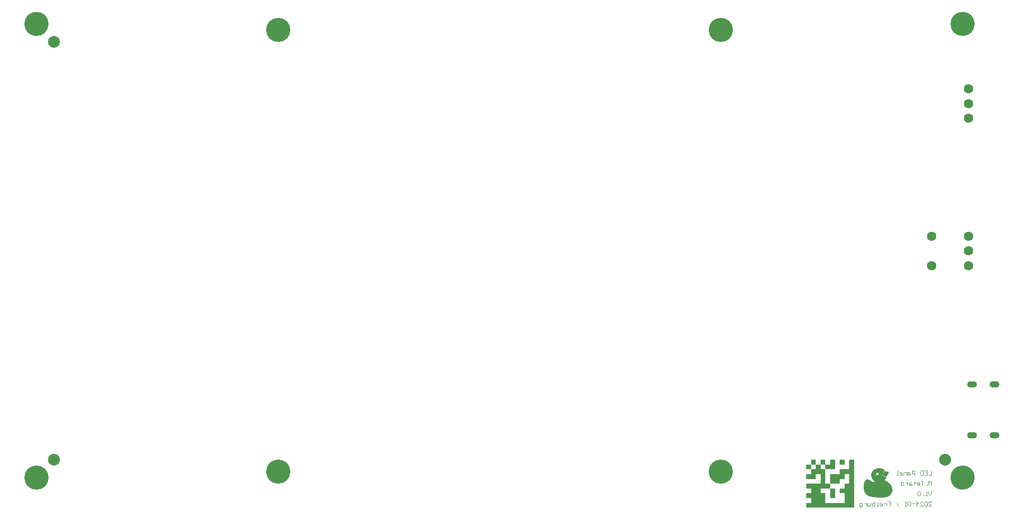
<source format=gbs>
G04*
G04 #@! TF.GenerationSoftware,Altium Limited,CircuitStudio,1.5.2 (30)*
G04*
G04 Layer_Color=8150272*
%FSLAX25Y25*%
%MOIN*%
G70*
G01*
G75*
%ADD56C,0.00394*%
%ADD127C,0.07874*%
%ADD128C,0.06299*%
%ADD129C,0.16142*%
%ADD130O,0.06693X0.04331*%
%ADD131C,0.00394*%
G36*
X-65264Y-9904D02*
Y-9908D01*
X-65277Y-9881D01*
X-65264Y-9904D01*
D02*
G37*
G36*
X-52318Y4377D02*
X-52291D01*
X-52236Y4363D01*
X-52154Y4350D01*
X-52045Y4322D01*
X-52018D01*
X-51963Y4309D01*
X-51867Y4295D01*
X-51772Y4268D01*
X-51758D01*
X-51717Y4254D01*
X-51662Y4240D01*
X-51580Y4227D01*
X-51485Y4213D01*
X-51375Y4186D01*
X-51143Y4145D01*
X-51088D01*
X-51033Y4131D01*
X-50951Y4117D01*
X-50869Y4104D01*
X-50760Y4090D01*
X-50541Y4049D01*
X-50418D01*
X-50350Y4035D01*
X-50295D01*
X-50241Y4022D01*
X-50172Y4008D01*
X-50159D01*
X-50131Y3994D01*
X-50049Y3981D01*
X-49940D01*
Y3967D01*
X-49913Y3953D01*
X-49885D01*
Y3943D01*
X-49899Y3940D01*
X-49885D01*
Y3943D01*
X-49844Y3953D01*
Y3940D01*
X-49817Y3926D01*
X-49748Y3871D01*
X-49735D01*
X-49721Y3858D01*
X-49639Y3816D01*
X-49612Y3803D01*
X-49557Y3748D01*
X-49475Y3666D01*
X-49393Y3543D01*
Y3529D01*
X-49379Y3516D01*
X-49352Y3434D01*
X-49325Y3311D01*
X-49338Y3242D01*
X-49352Y3174D01*
Y3147D01*
Y3078D01*
X-49366Y3051D01*
X-49407Y3010D01*
X-49543Y2682D01*
X-49557Y2668D01*
X-49598Y2614D01*
X-49666Y2545D01*
X-49762Y2450D01*
X-49858Y2327D01*
X-49967Y2190D01*
X-50090Y2039D01*
X-50200Y1875D01*
X-50213Y1862D01*
X-50254Y1807D01*
X-50309Y1711D01*
X-50405Y1616D01*
X-50500Y1493D01*
X-50610Y1356D01*
X-50883Y1069D01*
X-50897Y1055D01*
X-50910Y1041D01*
X-50992Y973D01*
X-51115Y864D01*
X-51266Y741D01*
X-51279D01*
X-51307Y713D01*
X-51348Y700D01*
X-51402Y672D01*
X-51553Y618D01*
X-51635Y604D01*
X-51731Y590D01*
X-51826D01*
X-51908Y604D01*
X-52004Y631D01*
X-52031Y645D01*
X-52086Y672D01*
X-52168Y713D01*
X-52264Y768D01*
X-52291Y782D01*
X-52346Y795D01*
X-52414Y836D01*
X-52496Y864D01*
X-52523Y878D01*
X-52578Y905D01*
X-52646Y946D01*
X-52728Y1001D01*
X-52742Y1014D01*
X-52797Y1055D01*
X-52865Y1123D01*
X-52934Y1192D01*
X-52947Y1206D01*
X-53002Y1247D01*
X-53070Y1315D01*
X-53139Y1383D01*
X-53152Y1397D01*
X-53180Y1424D01*
X-53275Y1506D01*
X-53289Y1520D01*
X-53316Y1547D01*
X-53398Y1643D01*
X-53412Y1657D01*
X-53426Y1670D01*
X-53467Y1711D01*
X-53480Y1725D01*
X-53494Y1780D01*
Y1793D01*
X-53508Y1848D01*
X-53494Y1916D01*
X-53467Y2012D01*
Y2026D01*
Y2039D01*
X-53439Y2094D01*
X-53426Y2176D01*
X-53398Y2258D01*
Y2272D01*
X-53371Y2327D01*
X-53357Y2381D01*
X-53344Y2463D01*
Y2477D01*
Y2531D01*
X-53330Y2600D01*
X-53303Y2668D01*
Y2682D01*
X-53289Y2696D01*
X-53262Y2778D01*
X-53234Y2887D01*
X-53180Y2996D01*
Y3010D01*
X-53166Y3024D01*
X-53139Y3092D01*
X-53098Y3201D01*
X-53057Y3324D01*
Y3338D01*
X-53029Y3379D01*
X-53002Y3447D01*
X-52974Y3516D01*
Y3529D01*
X-52947Y3584D01*
X-52934Y3652D01*
X-52906Y3721D01*
Y3734D01*
X-52879Y3776D01*
X-52851Y3830D01*
X-52811Y3898D01*
Y3912D01*
X-52783Y3953D01*
X-52756Y4008D01*
X-52728Y4076D01*
Y4090D01*
X-52715Y4117D01*
X-52701Y4158D01*
X-52660Y4227D01*
X-52646Y4240D01*
X-52633Y4281D01*
X-52592Y4336D01*
X-52551Y4377D01*
X-52537D01*
X-52510Y4391D01*
X-52387D01*
X-52318Y4377D01*
D02*
G37*
G36*
X-52127Y-13216D02*
X-52154D01*
Y-13208D01*
X-52145Y-13207D01*
X-52127Y-13216D01*
D02*
G37*
G36*
X-51020Y-12970D02*
X-51061D01*
Y-12964D01*
X-51034Y-12960D01*
X-51020Y-12970D01*
D02*
G37*
G36*
X-72441Y11121D02*
Y10321D01*
Y9521D01*
Y8721D01*
Y7921D01*
Y7121D01*
Y6321D01*
Y5521D01*
Y4721D01*
Y3921D01*
Y3121D01*
Y2321D01*
Y1521D01*
Y721D01*
Y-79D01*
Y-879D01*
Y-1679D01*
Y-2479D01*
Y-3279D01*
Y-4079D01*
Y-4879D01*
Y-5679D01*
Y-6479D01*
Y-7279D01*
Y-8079D01*
Y-8879D01*
Y-9679D01*
Y-10479D01*
Y-11279D01*
Y-12079D01*
Y-12879D01*
Y-13679D01*
Y-14479D01*
Y-15279D01*
Y-16079D01*
Y-16879D01*
Y-17679D01*
Y-18479D01*
Y-19279D01*
Y-20079D01*
X-104441D01*
Y-19279D01*
Y-18479D01*
Y-17679D01*
Y-16879D01*
X-101241D01*
Y-16079D01*
Y-15279D01*
Y-14479D01*
Y-13679D01*
X-104441D01*
Y-12879D01*
Y-12079D01*
Y-11279D01*
Y-10479D01*
X-101241D01*
Y-9679D01*
Y-8879D01*
Y-8079D01*
Y-7279D01*
X-104441D01*
Y-6479D01*
Y-5679D01*
Y-4879D01*
Y-4079D01*
X-94841D01*
Y-3279D01*
Y-2479D01*
Y-1679D01*
Y-879D01*
Y-79D01*
Y721D01*
Y1521D01*
Y2321D01*
X-98041D01*
Y1521D01*
Y721D01*
Y-79D01*
Y-879D01*
X-104441D01*
Y-79D01*
Y721D01*
Y1521D01*
Y2321D01*
X-101241D01*
Y3121D01*
Y3921D01*
Y4721D01*
Y5521D01*
X-104441D01*
Y6321D01*
Y7121D01*
Y7921D01*
Y8721D01*
X-101241D01*
Y7921D01*
Y7121D01*
Y6321D01*
Y5521D01*
X-98041D01*
Y6321D01*
Y7121D01*
Y7921D01*
Y8721D01*
X-101241D01*
Y9521D01*
Y10321D01*
Y11121D01*
Y11921D01*
X-98041D01*
Y11121D01*
Y10321D01*
Y9521D01*
Y8721D01*
X-94841D01*
Y7921D01*
Y7121D01*
Y6321D01*
Y5521D01*
X-91641D01*
Y4721D01*
Y3921D01*
Y3121D01*
Y2321D01*
Y1521D01*
Y721D01*
Y-79D01*
Y-879D01*
Y-1679D01*
Y-2479D01*
Y-3279D01*
Y-4079D01*
X-88441D01*
Y-4879D01*
Y-5679D01*
Y-6479D01*
Y-7279D01*
X-85241D01*
Y-8079D01*
Y-8879D01*
Y-9679D01*
Y-10479D01*
Y-11279D01*
Y-12079D01*
Y-12879D01*
Y-13679D01*
X-88441D01*
Y-12879D01*
Y-12079D01*
Y-11279D01*
Y-10479D01*
Y-9679D01*
Y-8879D01*
Y-8079D01*
Y-7279D01*
X-94841D01*
Y-8079D01*
Y-8879D01*
Y-9679D01*
Y-10479D01*
X-91641D01*
Y-11279D01*
Y-12079D01*
Y-12879D01*
Y-13679D01*
Y-14479D01*
Y-15279D01*
Y-16079D01*
Y-16879D01*
X-78841D01*
Y-16079D01*
Y-15279D01*
Y-14479D01*
Y-13679D01*
Y-12879D01*
Y-12079D01*
Y-11279D01*
Y-10479D01*
X-82041D01*
Y-9679D01*
Y-8879D01*
Y-8079D01*
Y-7279D01*
X-78841D01*
Y-6479D01*
Y-5679D01*
Y-4879D01*
Y-4079D01*
X-75641D01*
Y-3279D01*
Y-2479D01*
Y-1679D01*
Y-879D01*
Y-79D01*
Y721D01*
Y1521D01*
Y2321D01*
X-78841D01*
Y1521D01*
Y721D01*
Y-79D01*
Y-879D01*
X-82041D01*
Y-1679D01*
Y-2479D01*
Y-3279D01*
Y-4079D01*
X-88441D01*
Y-3279D01*
Y-2479D01*
Y-1679D01*
Y-879D01*
Y-79D01*
Y721D01*
Y1521D01*
Y2321D01*
X-82041D01*
Y3121D01*
Y3921D01*
Y4721D01*
Y5521D01*
X-75641D01*
Y6321D01*
Y7121D01*
Y7921D01*
Y8721D01*
Y9521D01*
Y10321D01*
Y11121D01*
Y11921D01*
X-72441D01*
Y11121D01*
D02*
G37*
G36*
X-85241D02*
Y10321D01*
Y9521D01*
Y8721D01*
Y7921D01*
Y7121D01*
Y6321D01*
Y5521D01*
X-91641D01*
Y6321D01*
Y7121D01*
Y7921D01*
Y8721D01*
X-94841D01*
Y9521D01*
Y10321D01*
Y11121D01*
Y11921D01*
X-91641D01*
Y11121D01*
Y10321D01*
Y9521D01*
Y8721D01*
X-88441D01*
Y9521D01*
Y10321D01*
Y11121D01*
Y11921D01*
X-85241D01*
Y11121D01*
D02*
G37*
G36*
X-78841D02*
Y10321D01*
Y9521D01*
Y8721D01*
X-82041D01*
Y9521D01*
Y10321D01*
Y11121D01*
Y11921D01*
X-78841D01*
Y11121D01*
D02*
G37*
G36*
X-55394Y6222D02*
X-55244D01*
X-55052Y6195D01*
X-54834Y6168D01*
X-54588Y6127D01*
X-54328Y6058D01*
X-54068Y5990D01*
X-54041D01*
X-53945Y5963D01*
X-53822Y5935D01*
X-53685Y5894D01*
X-53672D01*
X-53658Y5881D01*
X-53576Y5853D01*
X-53453Y5812D01*
X-53330Y5758D01*
X-53316D01*
X-53289Y5744D01*
X-53234D01*
X-53180Y5730D01*
X-53166D01*
X-53139Y5717D01*
X-53111Y5703D01*
X-53070Y5662D01*
X-53029D01*
X-52988Y5635D01*
X-52920Y5607D01*
X-52906D01*
X-52879Y5580D01*
X-52838Y5553D01*
X-52811Y5525D01*
X-52797Y5512D01*
X-52742Y5484D01*
X-52660Y5443D01*
X-52578Y5389D01*
X-52564Y5375D01*
X-52523Y5347D01*
X-52455Y5320D01*
X-52387Y5266D01*
X-52359Y5252D01*
X-52305Y5211D01*
X-52277Y5197D01*
X-52223Y5129D01*
X-52209D01*
X-52182Y5102D01*
Y5088D01*
X-52168Y5074D01*
X-51963Y4855D01*
X-51608Y4377D01*
X-51621D01*
X-51635Y4391D01*
X-51717Y4404D01*
X-51826Y4432D01*
X-51949Y4459D01*
X-51963D01*
X-51977Y4473D01*
X-52059Y4486D01*
X-52182Y4514D01*
X-52318Y4527D01*
X-52414D01*
X-52469Y4541D01*
X-52564D01*
X-52619Y4514D01*
X-52633Y4500D01*
X-52660Y4486D01*
X-52674Y4445D01*
X-52688D01*
X-52701Y4418D01*
X-52742Y4363D01*
X-52756Y4350D01*
X-52783Y4309D01*
X-52811Y4240D01*
X-52838Y4158D01*
X-52851Y4145D01*
X-52865Y4090D01*
X-52893Y4022D01*
X-52934Y3940D01*
X-52947Y3912D01*
X-53002Y3844D01*
X-53043Y3748D01*
X-53098Y3625D01*
Y3611D01*
X-53111Y3598D01*
X-53139Y3516D01*
X-53180Y3406D01*
X-53234Y3283D01*
X-53248Y3256D01*
X-53275Y3188D01*
X-53303Y3092D01*
X-53344Y2983D01*
X-53357Y2955D01*
X-53371Y2901D01*
X-53412Y2805D01*
X-53439Y2709D01*
X-53453Y2696D01*
X-53467Y2655D01*
X-53480Y2586D01*
Y2518D01*
Y2504D01*
X-53494Y2463D01*
X-53508Y2409D01*
X-53535Y2340D01*
Y2327D01*
X-53549Y2272D01*
X-53562Y2204D01*
X-53576Y2121D01*
X-53590Y2108D01*
X-53603Y2053D01*
X-53617Y1985D01*
X-53631Y1903D01*
X-53644Y1875D01*
X-53658Y1807D01*
X-53672Y1780D01*
Y1739D01*
X-53658Y1725D01*
X-53617Y1670D01*
X-53590Y1643D01*
X-53549Y1616D01*
X-53535Y1602D01*
X-53508Y1561D01*
X-53453Y1493D01*
X-53398Y1424D01*
X-53385Y1411D01*
X-53357Y1370D01*
X-53303Y1315D01*
X-53234Y1260D01*
X-53221Y1247D01*
X-53180Y1206D01*
X-53111Y1137D01*
X-53029Y1055D01*
X-53016Y1041D01*
X-52961Y1001D01*
X-52893Y946D01*
X-52811Y878D01*
X-52797Y864D01*
X-52742Y836D01*
X-52674Y795D01*
X-52578Y741D01*
X-52564Y727D01*
X-52510Y713D01*
X-52428Y672D01*
X-52346Y631D01*
X-52332D01*
X-52305Y618D01*
X-52264Y604D01*
X-52209Y577D01*
X-52086Y522D01*
X-51936Y467D01*
X-51922D01*
X-51908Y454D01*
X-51676D01*
X-51498Y481D01*
X-51485D01*
X-51457Y495D01*
X-51416D01*
X-51362Y522D01*
X-51225Y577D01*
X-51156Y631D01*
X-51088Y686D01*
X-51074Y700D01*
X-51061Y713D01*
X-50979Y795D01*
X-50869Y905D01*
X-50746Y1001D01*
Y987D01*
Y973D01*
X-50760Y891D01*
Y878D01*
X-50774Y850D01*
Y823D01*
X-50787Y809D01*
Y795D01*
Y754D01*
X-50801Y700D01*
X-50815Y631D01*
Y618D01*
X-50828Y577D01*
X-50869Y481D01*
Y467D01*
X-50883Y454D01*
X-50897Y385D01*
X-50938Y276D01*
X-50965Y167D01*
X-50979Y139D01*
X-51006Y85D01*
X-51047Y-11D01*
X-51088Y-120D01*
Y-134D01*
X-51102Y-161D01*
X-51129Y-203D01*
X-51143Y-271D01*
Y-285D01*
X-51156Y-312D01*
X-51184Y-353D01*
X-51211Y-394D01*
X-51225Y-462D01*
X-51307Y-626D01*
X-51498Y-927D01*
X-51580Y-1077D01*
X-51594Y-1091D01*
X-51635Y-1159D01*
X-51649D01*
X-51662Y-1187D01*
X-51690Y-1241D01*
X-51703Y-1255D01*
X-51744Y-1310D01*
X-51785Y-1405D01*
X-51813Y-1515D01*
Y-1542D01*
Y-1610D01*
Y-1692D01*
X-51772Y-1788D01*
Y-1802D01*
X-51744Y-1829D01*
X-51676Y-1925D01*
X-51649Y-1952D01*
X-51594Y-2021D01*
X-51580D01*
X-51553Y-2034D01*
X-51525Y-2048D01*
X-51471Y-2089D01*
X-51457Y-2103D01*
X-51443Y-2130D01*
X-51402Y-2157D01*
X-51362Y-2171D01*
X-51334Y-2185D01*
X-51266Y-2226D01*
X-51170Y-2294D01*
X-51047Y-2362D01*
X-51033D01*
X-51020Y-2376D01*
X-50951Y-2417D01*
X-50842Y-2472D01*
X-50733Y-2540D01*
X-50719D01*
X-50692Y-2554D01*
X-50651Y-2581D01*
X-50582Y-2608D01*
X-50569D01*
X-50541Y-2622D01*
X-50500Y-2649D01*
X-50473Y-2690D01*
X-50446D01*
X-50391Y-2704D01*
X-50309Y-2731D01*
X-50200Y-2800D01*
X-50172Y-2813D01*
X-50117Y-2868D01*
X-50036Y-2923D01*
X-49940Y-2977D01*
X-49913Y-2991D01*
X-49844Y-3032D01*
X-49830D01*
X-49817Y-3046D01*
X-49748Y-3114D01*
X-49543Y-3251D01*
Y-3292D01*
X-49502D01*
X-49461Y-3306D01*
X-49420Y-3333D01*
X-49393Y-3360D01*
X-49366Y-3388D01*
X-49133Y-3579D01*
X-48942Y-3757D01*
X-48901D01*
X-48832Y-3866D01*
X-48764Y-3893D01*
X-48750Y-3948D01*
X-48600Y-4057D01*
X-48614D01*
Y-4085D01*
X-48586D01*
X-48559Y-4098D01*
X-48532Y-4126D01*
X-48518Y-4139D01*
X-48504Y-4194D01*
X-48491D01*
X-48463Y-4208D01*
X-48422Y-4235D01*
X-48381Y-4276D01*
Y-4290D01*
X-48354Y-4317D01*
X-48313Y-4386D01*
Y-4426D01*
X-48286Y-4413D01*
X-48176Y-4563D01*
X-48040Y-4727D01*
X-47766Y-5137D01*
X-47794Y-5178D01*
X-47780Y-5192D01*
X-47753Y-5206D01*
X-47698Y-5260D01*
X-47657Y-5329D01*
Y-5342D01*
X-47630Y-5397D01*
X-47602Y-5452D01*
X-47575Y-5520D01*
Y-5534D01*
X-47561Y-5561D01*
X-47534Y-5616D01*
X-47506Y-5671D01*
X-47438Y-5835D01*
X-47356Y-6012D01*
Y-6026D01*
X-47343Y-6053D01*
X-47315Y-6108D01*
X-47288Y-6163D01*
X-47219Y-6327D01*
X-47151Y-6518D01*
X-47137Y-6545D01*
X-47124Y-6627D01*
X-47083Y-6750D01*
X-47042Y-6914D01*
X-47001Y-7119D01*
X-46960Y-7338D01*
X-46932Y-7598D01*
X-46905Y-7858D01*
Y-7871D01*
Y-7885D01*
Y-7926D01*
Y-7981D01*
Y-8117D01*
Y-8295D01*
Y-8500D01*
X-46932Y-8733D01*
X-46960Y-8979D01*
X-47001Y-9211D01*
Y-9225D01*
X-47014Y-9279D01*
X-47042Y-9361D01*
X-47083Y-9471D01*
X-47110Y-9594D01*
X-47165Y-9730D01*
X-47274Y-10018D01*
X-47288Y-10031D01*
X-47302Y-10086D01*
X-47343Y-10154D01*
X-47383Y-10250D01*
X-47438Y-10359D01*
X-47506Y-10482D01*
X-47671Y-10756D01*
Y-10769D01*
X-47698Y-10797D01*
X-47725Y-10838D01*
X-47753Y-10892D01*
X-47848Y-11029D01*
X-47958Y-11193D01*
X-47971Y-11207D01*
X-47985Y-11234D01*
X-48012Y-11261D01*
X-48067Y-11316D01*
X-48163Y-11453D01*
X-48286Y-11590D01*
X-48299Y-11603D01*
X-48327Y-11631D01*
X-48368Y-11685D01*
X-48409Y-11740D01*
X-48422Y-11754D01*
X-48450Y-11781D01*
X-48504Y-11822D01*
X-48559Y-11863D01*
X-48532Y-11904D01*
X-48559Y-11918D01*
X-48627Y-11959D01*
X-48846Y-12150D01*
X-49707Y-12560D01*
X-49967Y-12615D01*
X-50582Y-12847D01*
X-50610D01*
Y-12875D01*
X-50678D01*
X-50733Y-12916D01*
X-50774Y-12929D01*
X-51034Y-12960D01*
X-51061Y-12943D01*
Y-12964D01*
X-51115Y-12970D01*
X-51129Y-13011D01*
X-51211D01*
X-51307Y-13025D01*
X-51416Y-13039D01*
X-51443D01*
X-51512Y-13066D01*
X-51608Y-13093D01*
X-51703Y-13134D01*
X-51813D01*
X-51854Y-13148D01*
X-51881Y-13175D01*
X-52145Y-13207D01*
X-52154Y-13203D01*
Y-13208D01*
X-52223Y-13216D01*
X-52236D01*
X-52277Y-13230D01*
X-52359D01*
X-52400Y-13244D01*
X-52455Y-13257D01*
X-52688D01*
X-52701Y-13271D01*
X-52742Y-13285D01*
X-52797Y-13298D01*
X-53002D01*
X-53070Y-13312D01*
X-53316D01*
X-53398Y-13326D01*
X-53412D01*
X-53426Y-13339D01*
X-53480Y-13353D01*
X-53508D01*
X-53535Y-13367D01*
X-53781D01*
Y-13394D01*
X-53890D01*
X-53986Y-13408D01*
X-54014D01*
X-54068Y-13421D01*
X-54150Y-13435D01*
X-54615D01*
X-54793Y-13421D01*
X-54998D01*
X-55422Y-13408D01*
X-55517D01*
X-55640Y-13394D01*
X-55955D01*
X-56160Y-13380D01*
X-56378Y-13367D01*
X-56597Y-13353D01*
X-56611D01*
X-56665Y-13339D01*
X-56980D01*
X-57076Y-13326D01*
X-57130D01*
X-57185Y-13312D01*
X-57253D01*
X-57349Y-13298D01*
X-57445Y-13285D01*
X-57663Y-13257D01*
X-57677D01*
X-57718Y-13244D01*
X-57773D01*
X-57855Y-13230D01*
X-57937Y-13216D01*
X-58046Y-13203D01*
X-58265Y-13175D01*
X-58333D01*
X-58388Y-13162D01*
X-58470Y-13148D01*
X-58620D01*
X-58702Y-13162D01*
X-58730D01*
X-58757Y-13148D01*
X-58798D01*
X-58825Y-13162D01*
X-58839Y-13148D01*
X-58866Y-13134D01*
X-58907Y-13121D01*
X-58976Y-13107D01*
X-59085D01*
X-59126Y-13121D01*
X-59290D01*
X-59304Y-13107D01*
X-59331Y-13093D01*
X-59372Y-13080D01*
X-59440Y-13066D01*
X-59495D01*
X-59605Y-13039D01*
X-59645D01*
X-59686Y-13025D01*
X-59755D01*
X-59905Y-12998D01*
X-60069Y-12984D01*
X-60110D01*
X-60165Y-12970D01*
X-60220D01*
X-60370Y-12943D01*
X-60548Y-12916D01*
X-60561D01*
X-60602Y-12902D01*
X-60671Y-12875D01*
X-60766Y-12861D01*
X-60794D01*
X-60848Y-12847D01*
X-60958D01*
X-61286Y-12752D01*
X-61846Y-12587D01*
Y-12560D01*
X-61874D01*
X-61928Y-12547D01*
X-62010Y-12533D01*
X-62106Y-12506D01*
X-62134Y-12492D01*
X-62188Y-12465D01*
X-62284Y-12437D01*
X-62379Y-12396D01*
X-62393Y-12382D01*
X-62434Y-12369D01*
X-62502Y-12355D01*
X-62571Y-12328D01*
X-62585D01*
X-62626Y-12314D01*
X-62694Y-12300D01*
X-62762Y-12273D01*
X-62790Y-12259D01*
X-62844Y-12246D01*
X-62926Y-12218D01*
X-63008Y-12177D01*
X-63036Y-12164D01*
X-63077Y-12136D01*
X-63159Y-12095D01*
X-63227Y-12041D01*
X-63241Y-12027D01*
X-63295Y-12013D01*
X-63364Y-11972D01*
X-63446Y-11931D01*
X-63459Y-11918D01*
X-63514Y-11890D01*
X-63569Y-11836D01*
X-63610Y-11767D01*
X-63623Y-11795D01*
X-63705Y-11754D01*
Y-11713D01*
X-63733D01*
X-63747Y-11699D01*
X-63788Y-11658D01*
X-63856Y-11631D01*
X-63993Y-11480D01*
X-64047D01*
X-64088Y-11384D01*
X-64116D01*
X-64157Y-11371D01*
X-64184Y-11344D01*
X-64198Y-11330D01*
X-64225Y-11316D01*
X-64307Y-11248D01*
X-64321Y-11234D01*
X-64375Y-11180D01*
X-64430Y-11111D01*
X-64498Y-11029D01*
X-64512Y-11002D01*
X-64553Y-10947D01*
X-64621Y-10865D01*
X-64690Y-10769D01*
X-64703Y-10756D01*
X-64731Y-10742D01*
X-64799Y-10660D01*
X-64813Y-10646D01*
X-64826Y-10619D01*
X-64840Y-10578D01*
X-64854Y-10523D01*
X-64895Y-10482D01*
X-64936Y-10428D01*
X-64950Y-10414D01*
X-64977Y-10387D01*
X-65018Y-10346D01*
X-65059Y-10277D01*
X-65073Y-10250D01*
X-65100Y-10209D01*
X-65107Y-10195D01*
X-65114D01*
Y-10182D01*
X-65127Y-10154D01*
X-65141Y-10100D01*
X-65168D01*
X-65182Y-10086D01*
X-65196Y-10058D01*
Y-10045D01*
X-65209Y-10031D01*
Y-10004D01*
X-65223D01*
X-65237Y-9990D01*
Y-9977D01*
Y-9949D01*
X-65264Y-9904D01*
Y-9881D01*
X-65277D01*
X-65291Y-9854D01*
X-65332Y-9826D01*
X-65360Y-9785D01*
X-65373Y-9771D01*
X-65387Y-9744D01*
X-65401Y-9689D01*
Y-9635D01*
X-65414Y-9648D01*
Y-9635D01*
Y-9621D01*
X-65428Y-9607D01*
X-65442Y-9594D01*
Y-9580D01*
X-65469Y-9457D01*
X-65496Y-9484D01*
Y-9443D01*
X-65510Y-9457D01*
X-65496Y-9430D01*
X-65510Y-9443D01*
X-65537Y-9430D01*
Y-9361D01*
X-65551D01*
Y-9348D01*
X-65537D01*
X-65551Y-9334D01*
Y-9293D01*
X-65565D01*
X-65578Y-9279D01*
X-65592Y-9266D01*
X-65606Y-9225D01*
Y-9211D01*
X-65619Y-9184D01*
X-65633Y-9115D01*
Y-9129D01*
X-65647D01*
Y-9061D01*
X-65660D01*
Y-9020D01*
X-65701Y-8979D01*
X-65688D01*
X-65701Y-8965D01*
X-65715Y-8951D01*
X-65729Y-8910D01*
Y-8883D01*
Y-8869D01*
X-65742Y-8842D01*
Y-8774D01*
X-65756Y-8787D01*
Y-8719D01*
X-65797Y-8733D01*
X-65783Y-8678D01*
X-65797D01*
Y-8692D01*
X-65819Y-8637D01*
X-65824D01*
Y-8623D01*
X-65819Y-8637D01*
X-65797D01*
X-65838Y-8596D01*
X-65824Y-8555D01*
X-65838Y-8582D01*
Y-8568D01*
Y-8555D01*
Y-8541D01*
X-65852D01*
Y-8528D01*
X-65838Y-8514D01*
X-65852D01*
Y-8500D01*
X-65838Y-8473D01*
Y-8459D01*
X-65879D01*
X-65852Y-8405D01*
X-65879D01*
Y-8391D01*
X-65893D01*
X-65879Y-8350D01*
X-65893Y-8364D01*
Y-8350D01*
Y-8322D01*
X-65920D01*
Y-8309D01*
X-65906Y-8268D01*
Y-8254D01*
Y-8240D01*
Y-8227D01*
X-65934D01*
X-65920Y-8172D01*
X-65934D01*
Y-8158D01*
X-65961D01*
Y-8063D01*
X-65975D01*
X-65988Y-7789D01*
X-66057Y-7639D01*
X-66029Y-7557D01*
X-66057Y-7584D01*
Y-7461D01*
X-66070Y-7366D01*
X-66084D01*
Y-7352D01*
Y-7338D01*
X-66070Y-7311D01*
X-66084Y-7297D01*
X-66098Y-7283D01*
Y-7270D01*
Y-7256D01*
X-66084Y-7229D01*
X-66098Y-7215D01*
X-66111Y-7202D01*
Y-7188D01*
X-66084Y-7133D01*
X-66125Y-6996D01*
X-66152Y-6668D01*
X-66125Y-6614D01*
X-66152D01*
Y-6573D01*
Y-6532D01*
Y-6395D01*
Y-6245D01*
Y-6231D01*
Y-6204D01*
Y-6163D01*
Y-6122D01*
Y-5985D01*
Y-5835D01*
Y-5821D01*
Y-5780D01*
Y-5725D01*
Y-5657D01*
Y-5643D01*
Y-5602D01*
X-66139Y-5547D01*
X-66111Y-5506D01*
Y-5493D01*
Y-5452D01*
Y-5397D01*
X-66098Y-5329D01*
Y-5315D01*
Y-5260D01*
X-66084Y-5192D01*
Y-5124D01*
Y-5110D01*
Y-5096D01*
X-66070Y-5014D01*
X-66057Y-4905D01*
X-66029Y-4782D01*
Y-4768D01*
Y-4755D01*
X-66016Y-4673D01*
X-66002Y-4563D01*
X-65975Y-4440D01*
Y-4413D01*
X-65961Y-4344D01*
X-65947Y-4249D01*
X-65920Y-4126D01*
X-65879Y-3962D01*
X-65838Y-3798D01*
X-65742Y-3442D01*
Y-3415D01*
X-65715Y-3360D01*
X-65688Y-3264D01*
X-65647Y-3142D01*
X-65592Y-2991D01*
X-65524Y-2827D01*
X-65360Y-2472D01*
Y-2458D01*
X-65332Y-2417D01*
X-65305Y-2362D01*
X-65264Y-2280D01*
X-65141Y-2089D01*
X-64991Y-1884D01*
X-64977Y-1870D01*
X-64950Y-1829D01*
X-64908Y-1788D01*
X-64854Y-1720D01*
X-64772Y-1638D01*
X-64690Y-1556D01*
X-64471Y-1405D01*
X-64444Y-1392D01*
X-64389Y-1364D01*
X-64293Y-1310D01*
X-64170Y-1255D01*
X-64020Y-1214D01*
X-63842Y-1173D01*
X-63665Y-1159D01*
X-63446D01*
X-63391Y-1173D01*
X-63282Y-1187D01*
X-63159Y-1228D01*
X-63008Y-1269D01*
X-62844Y-1323D01*
X-62667Y-1405D01*
X-62489Y-1501D01*
X-62475Y-1515D01*
X-62434Y-1542D01*
X-62366Y-1570D01*
X-62297Y-1624D01*
X-62284Y-1638D01*
X-62243Y-1651D01*
X-62134Y-1733D01*
X-62106Y-1747D01*
X-62051Y-1774D01*
X-62024Y-1788D01*
X-61997Y-1829D01*
X-61969D01*
X-61928Y-1856D01*
X-61915Y-1870D01*
X-61860Y-1884D01*
X-61846D01*
X-61819Y-1911D01*
X-61737Y-1966D01*
X-61723D01*
X-61696Y-1993D01*
X-61614Y-2048D01*
X-61600D01*
X-61587Y-2075D01*
X-61546Y-2089D01*
X-61491Y-2130D01*
X-61354Y-2198D01*
X-61204Y-2294D01*
X-61190D01*
X-61163Y-2308D01*
X-61122Y-2335D01*
X-61081Y-2362D01*
X-60944Y-2444D01*
X-60780Y-2526D01*
X-60766D01*
X-60725Y-2554D01*
X-60671Y-2581D01*
X-60589Y-2608D01*
X-60575D01*
X-60534Y-2636D01*
X-60479Y-2663D01*
X-60438Y-2718D01*
X-60384D01*
X-60315Y-2731D01*
X-60233Y-2772D01*
X-60220Y-2786D01*
X-60165Y-2813D01*
X-60097Y-2841D01*
X-60028Y-2868D01*
X-60015D01*
X-59987Y-2882D01*
X-59946Y-2895D01*
X-59878D01*
X-59837Y-2882D01*
X-59741Y-2868D01*
X-59673D01*
X-59618Y-2854D01*
X-59482D01*
X-59331Y-2841D01*
X-59290D01*
X-59263Y-2827D01*
X-59208Y-2813D01*
X-59071Y-2800D01*
X-58935Y-2759D01*
X-58921D01*
X-58894Y-2745D01*
X-58798Y-2704D01*
X-58784Y-2690D01*
X-58757Y-2677D01*
X-58730Y-2622D01*
X-58689Y-2567D01*
Y-2554D01*
Y-2513D01*
Y-2472D01*
X-58702Y-2417D01*
X-58716Y-2403D01*
X-58730Y-2376D01*
X-58757Y-2335D01*
X-58798Y-2294D01*
X-58812D01*
X-58825Y-2267D01*
X-58894Y-2212D01*
X-58989Y-2144D01*
X-59099Y-2048D01*
X-59112D01*
X-59126Y-2021D01*
X-59194Y-1966D01*
X-59290Y-1898D01*
X-59399Y-1815D01*
X-59413Y-1802D01*
X-59468Y-1761D01*
X-59536Y-1692D01*
X-59632Y-1610D01*
X-59741Y-1501D01*
X-59851Y-1378D01*
X-60083Y-1118D01*
X-60097Y-1105D01*
X-60138Y-1050D01*
X-60192Y-968D01*
X-60261Y-872D01*
X-60343Y-749D01*
X-60425Y-613D01*
X-60589Y-298D01*
X-60602Y-285D01*
X-60616Y-243D01*
X-60657Y-175D01*
X-60684Y-107D01*
X-60698Y-93D01*
X-60712Y-38D01*
X-60739Y16D01*
X-60766Y98D01*
X-60780Y112D01*
X-60794Y139D01*
X-60821Y208D01*
Y221D01*
X-60835Y249D01*
Y290D01*
Y344D01*
X-60848D01*
X-60862Y358D01*
X-60876Y385D01*
X-60890Y426D01*
Y440D01*
X-60903Y481D01*
X-60917Y577D01*
Y590D01*
X-60931Y631D01*
Y700D01*
X-60944Y768D01*
Y782D01*
X-60958Y836D01*
X-60985Y919D01*
X-60999Y1001D01*
Y1014D01*
X-61013Y1041D01*
X-61026Y1137D01*
Y1151D01*
X-61040Y1192D01*
Y1247D01*
Y1301D01*
X-61054Y1315D01*
Y1329D01*
Y1370D01*
Y1383D01*
Y1411D01*
Y1479D01*
Y1506D01*
Y1561D01*
Y1657D01*
Y1766D01*
Y1780D01*
Y1793D01*
Y1862D01*
Y1944D01*
X-61040Y2039D01*
Y1944D01*
X-61013Y2067D01*
X-61039D01*
X-61040Y2053D01*
Y2067D01*
X-61039D01*
X-61013Y2381D01*
X-60999D01*
Y2422D01*
X-60985Y2477D01*
X-60971Y2627D01*
X-60917Y2805D01*
Y2819D01*
X-60903Y2846D01*
X-60890Y2901D01*
X-60862Y2955D01*
X-60808Y3106D01*
X-60739Y3283D01*
Y3297D01*
X-60725Y3324D01*
X-60712Y3379D01*
X-60671Y3447D01*
Y3461D01*
X-60643Y3502D01*
X-60616Y3557D01*
X-60575Y3584D01*
Y3598D01*
Y3611D01*
X-60561Y3652D01*
X-60548Y3666D01*
X-60534Y3721D01*
Y3734D01*
X-60507Y3762D01*
X-60479Y3816D01*
X-60438Y3885D01*
X-60425Y3898D01*
X-60411Y3940D01*
X-60370Y3981D01*
X-60315Y4008D01*
Y4022D01*
Y4035D01*
X-60302Y4076D01*
X-60288Y4090D01*
X-60247Y4131D01*
X-60165Y4240D01*
Y4254D01*
Y4268D01*
X-60138Y4309D01*
X-60110Y4350D01*
X-60097Y4363D01*
X-60083Y4391D01*
X-60042Y4404D01*
X-60015Y4418D01*
X-59960Y4527D01*
X-59905Y4609D01*
X-59823Y4664D01*
X-59632Y4896D01*
X-59605Y4883D01*
Y4910D01*
X-59591D01*
X-59563Y4937D01*
X-59522Y4965D01*
X-59468Y5006D01*
X-59454Y5020D01*
X-59427Y5060D01*
X-59386Y5102D01*
X-59358Y5142D01*
X-59345D01*
X-59304Y5170D01*
X-59235Y5211D01*
X-59153Y5266D01*
X-59140Y5279D01*
X-59099Y5320D01*
X-59044Y5375D01*
X-58976Y5416D01*
X-58948Y5430D01*
X-58907Y5443D01*
X-58894Y5457D01*
X-58839Y5471D01*
X-58771Y5525D01*
Y5539D01*
X-58757Y5553D01*
X-58689Y5580D01*
X-58661Y5594D01*
X-58593Y5648D01*
X-58579Y5662D01*
X-58525Y5676D01*
X-58443Y5717D01*
X-58360Y5744D01*
X-58347Y5758D01*
X-58292Y5771D01*
X-58210Y5799D01*
X-58128Y5840D01*
X-58101Y5853D01*
X-58032Y5894D01*
X-58019D01*
X-58005Y5908D01*
X-57964Y5922D01*
X-57923D01*
X-57909Y5935D01*
X-57896Y5949D01*
X-57855Y5963D01*
X-57800Y5976D01*
X-57786D01*
X-57759Y5990D01*
X-57650D01*
X-57636Y6004D01*
X-57568Y6017D01*
X-57458Y6058D01*
X-57335Y6086D01*
X-57322D01*
X-57308Y6099D01*
X-57226Y6113D01*
X-57117Y6140D01*
X-56980Y6168D01*
X-56953D01*
X-56911Y6181D01*
X-56857D01*
X-56720Y6195D01*
X-56529Y6209D01*
X-56310Y6222D01*
X-56064Y6236D01*
X-55449D01*
X-55394Y6222D01*
D02*
G37*
%LPC*%
G36*
X-65114Y-10168D02*
Y-10182D01*
X-65107Y-10195D01*
X-65086D01*
X-65114Y-10168D01*
D02*
G37*
G36*
X-56939Y3379D02*
X-57103D01*
X-57212Y3365D01*
X-57335Y3324D01*
X-57472Y3270D01*
X-57609Y3174D01*
X-57732Y3051D01*
X-57745Y3037D01*
X-57786Y2983D01*
X-57827Y2901D01*
X-57882Y2805D01*
X-57923Y2682D01*
X-57950Y2545D01*
Y2395D01*
X-57923Y2231D01*
Y2217D01*
X-57909Y2204D01*
X-57896Y2121D01*
X-57855Y2026D01*
X-57786Y1930D01*
X-57773Y1916D01*
X-57732Y1862D01*
X-57650Y1793D01*
X-57554Y1725D01*
X-57527Y1698D01*
X-57458Y1643D01*
X-57431Y1629D01*
X-57363Y1616D01*
X-57349D01*
X-57322Y1602D01*
X-57240Y1588D01*
X-57117D01*
X-57089Y1575D01*
X-57034Y1561D01*
X-57007D01*
X-56953Y1547D01*
X-56939Y1561D01*
X-56911Y1575D01*
X-56898Y1588D01*
X-56857Y1616D01*
X-56748D01*
X-56734Y1629D01*
X-56693Y1657D01*
X-56679Y1670D01*
X-56652Y1711D01*
X-56624Y1725D01*
X-56583D01*
X-56570Y1739D01*
X-56529Y1766D01*
X-56515Y1780D01*
X-56488Y1807D01*
X-56447Y1862D01*
X-56392Y1930D01*
X-56337Y2026D01*
X-56283Y2135D01*
X-56242Y2245D01*
X-56201Y2381D01*
Y2395D01*
X-56187Y2450D01*
Y2518D01*
Y2614D01*
X-56201Y2709D01*
X-56242Y2832D01*
X-56283Y2942D01*
X-56365Y3051D01*
X-56378Y3065D01*
X-56392Y3092D01*
X-56433Y3133D01*
X-56474Y3174D01*
X-56488Y3188D01*
X-56529Y3215D01*
X-56624Y3283D01*
X-56638Y3297D01*
X-56679Y3311D01*
X-56775Y3338D01*
X-56788D01*
X-56830Y3352D01*
X-56884Y3365D01*
X-56939Y3379D01*
D02*
G37*
G36*
X-65182Y-10018D02*
X-65209D01*
X-65182Y-10045D01*
Y-10018D01*
D02*
G37*
%LPD*%
D56*
X-21063Y-9253D02*
Y-11090D01*
X-21981Y-12008D01*
X-22900Y-11090D01*
Y-9253D01*
X-23818Y-12008D02*
X-24736D01*
X-24277D01*
Y-9253D01*
X-23818Y-9712D01*
X-26114Y-12008D02*
Y-11549D01*
X-26573D01*
Y-12008D01*
X-26114D01*
X-28410Y-9712D02*
X-28869Y-9253D01*
X-29787D01*
X-30246Y-9712D01*
Y-11549D01*
X-29787Y-12008D01*
X-28869D01*
X-28410Y-11549D01*
Y-9712D01*
X-22900Y-18898D02*
X-21063D01*
X-22900Y-17061D01*
Y-16602D01*
X-22441Y-16143D01*
X-21522D01*
X-21063Y-16602D01*
X-23818D02*
X-24277Y-16143D01*
X-25196D01*
X-25655Y-16602D01*
Y-18439D01*
X-25196Y-18898D01*
X-24277D01*
X-23818Y-18439D01*
Y-16602D01*
X-28410Y-18898D02*
X-26573D01*
X-28410Y-17061D01*
Y-16602D01*
X-27951Y-16143D01*
X-27032D01*
X-26573Y-16602D01*
X-30706Y-18898D02*
Y-16143D01*
X-29328Y-17520D01*
X-31165D01*
X-32083D02*
X-33920D01*
X-34838Y-16602D02*
X-35297Y-16143D01*
X-36216D01*
X-36675Y-16602D01*
Y-18439D01*
X-36216Y-18898D01*
X-35297D01*
X-34838Y-18439D01*
Y-16602D01*
X-37593Y-18898D02*
X-38511D01*
X-38052D01*
Y-16143D01*
X-37593Y-16602D01*
X-42644Y-18898D02*
X-44481Y-17061D01*
X-49991Y-16143D02*
X-48154D01*
Y-17520D01*
X-49072D01*
X-48154D01*
Y-18898D01*
X-50909Y-17061D02*
Y-18898D01*
Y-17979D01*
X-51368Y-17520D01*
X-51827Y-17061D01*
X-52286D01*
X-55042Y-18898D02*
X-54123D01*
X-53664Y-18439D01*
Y-17520D01*
X-54123Y-17061D01*
X-55042D01*
X-55501Y-17520D01*
Y-17979D01*
X-53664D01*
X-56419Y-18898D02*
X-57337D01*
X-56878D01*
Y-17061D01*
X-56419D01*
X-58715Y-16143D02*
Y-18898D01*
X-60092D01*
X-60552Y-18439D01*
Y-17979D01*
Y-17520D01*
X-60092Y-17061D01*
X-58715D01*
X-61470D02*
Y-18439D01*
X-61929Y-18898D01*
X-63307D01*
Y-17061D01*
X-64225D02*
Y-18898D01*
Y-17979D01*
X-64684Y-17520D01*
X-65143Y-17061D01*
X-65602D01*
X-67898Y-19816D02*
X-68357D01*
X-68817Y-19357D01*
Y-17061D01*
X-67439D01*
X-66980Y-17520D01*
Y-18439D01*
X-67439Y-18898D01*
X-68817D01*
X-21063Y-5118D02*
Y-2363D01*
X-21981Y-3281D01*
X-22900Y-2363D01*
Y-5118D01*
X-23818D02*
Y-4659D01*
X-24277D01*
Y-5118D01*
X-23818D01*
X-26114Y-2363D02*
X-27951D01*
X-27032D01*
Y-5118D01*
X-30246D02*
X-29328D01*
X-28869Y-4659D01*
Y-3741D01*
X-29328Y-3281D01*
X-30246D01*
X-30706Y-3741D01*
Y-4200D01*
X-28869D01*
X-32083Y-2822D02*
Y-3281D01*
X-31624D01*
X-32542D01*
X-32083D01*
Y-4659D01*
X-32542Y-5118D01*
X-34379Y-3281D02*
X-35297D01*
X-35756Y-3741D01*
Y-5118D01*
X-34379D01*
X-33920Y-4659D01*
X-34379Y-4200D01*
X-35756D01*
X-36675Y-3281D02*
Y-5118D01*
Y-4200D01*
X-37134Y-3741D01*
X-37593Y-3281D01*
X-38052D01*
X-41267Y-2363D02*
Y-5118D01*
X-39889D01*
X-39430Y-4659D01*
Y-3741D01*
X-39889Y-3281D01*
X-41267D01*
X-21063Y4527D02*
Y1772D01*
X-22900D01*
X-25655Y4527D02*
X-23818D01*
Y1772D01*
X-25655D01*
X-23818Y3149D02*
X-24736D01*
X-26573Y4527D02*
Y1772D01*
X-27951D01*
X-28410Y2231D01*
Y4067D01*
X-27951Y4527D01*
X-26573D01*
X-32083Y1772D02*
Y4527D01*
X-33461D01*
X-33920Y4067D01*
Y3149D01*
X-33461Y2690D01*
X-32083D01*
X-35297Y3608D02*
X-36216D01*
X-36675Y3149D01*
Y1772D01*
X-35297D01*
X-34838Y2231D01*
X-35297Y2690D01*
X-36675D01*
X-37593Y1772D02*
Y3608D01*
X-38971D01*
X-39430Y3149D01*
Y1772D01*
X-41726D02*
X-40807D01*
X-40348Y2231D01*
Y3149D01*
X-40807Y3608D01*
X-41726D01*
X-42185Y3149D01*
Y2690D01*
X-40348D01*
X-43103Y1772D02*
X-44021D01*
X-43562D01*
Y4527D01*
X-43103D01*
D127*
X-11811Y11811D02*
D03*
X-606299Y291339D02*
D03*
Y11811D02*
D03*
D128*
X3937Y240158D02*
D03*
Y250000D02*
D03*
Y259842D02*
D03*
X-20669Y161417D02*
D03*
Y141732D02*
D03*
X3937Y161417D02*
D03*
Y151575D02*
D03*
Y141732D02*
D03*
D129*
X-456693Y299213D02*
D03*
X-161417D02*
D03*
Y3937D02*
D03*
X-456693D02*
D03*
X-618110Y303150D02*
D03*
X0D02*
D03*
Y0D02*
D03*
X-618110D02*
D03*
D130*
X6260Y28268D02*
D03*
Y62283D02*
D03*
X21220Y28268D02*
D03*
Y62283D02*
D03*
D131*
X-55512Y120866D02*
D03*
X-75512Y116866D02*
D03*
Y124866D02*
D03*
M02*

</source>
